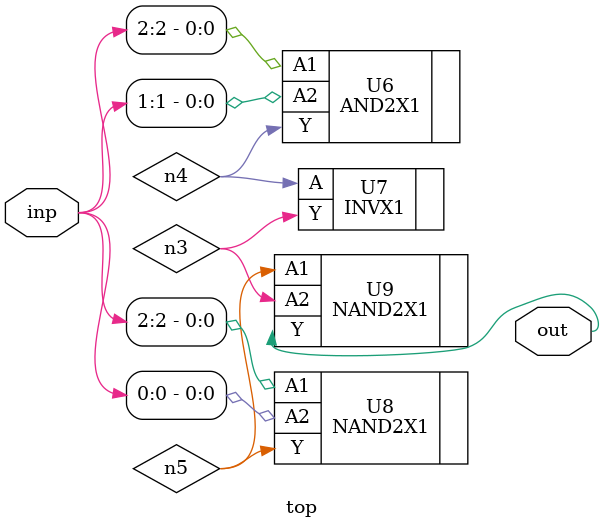
<source format=sv>


module top ( inp, out );
  input [2:0] inp;
  output out;
  wire   n3, n4, n5;

  AND2X1 U6 ( .A1(inp[2]), .A2(inp[1]), .Y(n4) );
  INVX1 U7 ( .A(n4), .Y(n3) );
  NAND2X1 U8 ( .A1(inp[2]), .A2(inp[0]), .Y(n5) );
  NAND2X1 U9 ( .A1(n5), .A2(n3), .Y(out) );
endmodule


</source>
